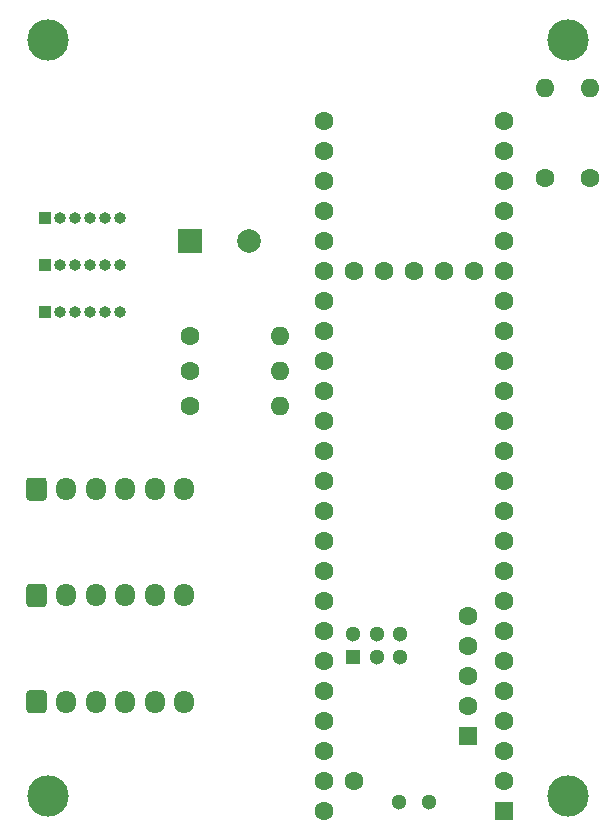
<source format=gbr>
%TF.GenerationSoftware,KiCad,Pcbnew,(5.1.9)-1*%
%TF.CreationDate,2021-05-19T19:29:26-04:00*%
%TF.ProjectId,ava_r2_bottom,6176615f-7232-45f6-926f-74746f6d2e6b,rev?*%
%TF.SameCoordinates,Original*%
%TF.FileFunction,Soldermask,Bot*%
%TF.FilePolarity,Negative*%
%FSLAX46Y46*%
G04 Gerber Fmt 4.6, Leading zero omitted, Abs format (unit mm)*
G04 Created by KiCad (PCBNEW (5.1.9)-1) date 2021-05-19 19:29:26*
%MOMM*%
%LPD*%
G01*
G04 APERTURE LIST*
%ADD10C,3.500000*%
%ADD11O,1.600000X1.600000*%
%ADD12C,1.600000*%
%ADD13R,2.000000X2.000000*%
%ADD14C,2.000000*%
%ADD15O,1.700000X1.950000*%
%ADD16R,1.000000X1.000000*%
%ADD17O,1.000000X1.000000*%
%ADD18C,1.300000*%
%ADD19R,1.300000X1.300000*%
%ADD20R,1.600000X1.600000*%
G04 APERTURE END LIST*
D10*
%TO.C,hole2*%
X228000000Y-112000000D03*
%TD*%
%TO.C,hole1*%
X184000000Y-112000000D03*
%TD*%
%TO.C,hole4*%
X228000000Y-48000000D03*
%TD*%
%TO.C,hole3*%
X184000000Y-48000000D03*
%TD*%
D11*
%TO.C,R5*%
X229870000Y-52070000D03*
D12*
X229870000Y-59690000D03*
%TD*%
D11*
%TO.C,R4*%
X226060000Y-52070000D03*
D12*
X226060000Y-59690000D03*
%TD*%
D13*
%TO.C,BZ1*%
X196000000Y-65000000D03*
D14*
X201000000Y-65000000D03*
%TD*%
%TO.C,RADIO1*%
G36*
G01*
X182150000Y-86725000D02*
X182150000Y-85275000D01*
G75*
G02*
X182400000Y-85025000I250000J0D01*
G01*
X183600000Y-85025000D01*
G75*
G02*
X183850000Y-85275000I0J-250000D01*
G01*
X183850000Y-86725000D01*
G75*
G02*
X183600000Y-86975000I-250000J0D01*
G01*
X182400000Y-86975000D01*
G75*
G02*
X182150000Y-86725000I0J250000D01*
G01*
G37*
D15*
X185500000Y-86000000D03*
X188000000Y-86000000D03*
X190500000Y-86000000D03*
X193000000Y-86000000D03*
X195500000Y-86000000D03*
%TD*%
%TO.C,UART1*%
X195500000Y-95000000D03*
X193000000Y-95000000D03*
X190500000Y-95000000D03*
X188000000Y-95000000D03*
X185500000Y-95000000D03*
G36*
G01*
X182150000Y-95725000D02*
X182150000Y-94275000D01*
G75*
G02*
X182400000Y-94025000I250000J0D01*
G01*
X183600000Y-94025000D01*
G75*
G02*
X183850000Y-94275000I0J-250000D01*
G01*
X183850000Y-95725000D01*
G75*
G02*
X183600000Y-95975000I-250000J0D01*
G01*
X182400000Y-95975000D01*
G75*
G02*
X182150000Y-95725000I0J250000D01*
G01*
G37*
%TD*%
%TO.C,I2C1*%
G36*
G01*
X182150000Y-104725000D02*
X182150000Y-103275000D01*
G75*
G02*
X182400000Y-103025000I250000J0D01*
G01*
X183600000Y-103025000D01*
G75*
G02*
X183850000Y-103275000I0J-250000D01*
G01*
X183850000Y-104725000D01*
G75*
G02*
X183600000Y-104975000I-250000J0D01*
G01*
X182400000Y-104975000D01*
G75*
G02*
X182150000Y-104725000I0J250000D01*
G01*
G37*
X185500000Y-104000000D03*
X188000000Y-104000000D03*
X190500000Y-104000000D03*
X193000000Y-104000000D03*
X195500000Y-104000000D03*
%TD*%
D16*
%TO.C,J6*%
X183730000Y-63000000D03*
D17*
X185000000Y-63000000D03*
X186270000Y-63000000D03*
X187540000Y-63000000D03*
X188810000Y-63000000D03*
X190080000Y-63000000D03*
%TD*%
%TO.C,J7*%
X190080000Y-67000000D03*
X188810000Y-67000000D03*
X187540000Y-67000000D03*
X186270000Y-67000000D03*
X185000000Y-67000000D03*
D16*
X183730000Y-67000000D03*
%TD*%
%TO.C,J8*%
X183730000Y-71000000D03*
D17*
X185000000Y-71000000D03*
X186270000Y-71000000D03*
X187540000Y-71000000D03*
X188810000Y-71000000D03*
X190080000Y-71000000D03*
%TD*%
D11*
%TO.C,R1*%
X203620000Y-79000000D03*
D12*
X196000000Y-79000000D03*
%TD*%
%TO.C,R2*%
X196000000Y-76000000D03*
D11*
X203620000Y-76000000D03*
%TD*%
D12*
%TO.C,R3*%
X196000000Y-73000000D03*
D11*
X203620000Y-73000000D03*
%TD*%
D18*
%TO.C,U2*%
X213730000Y-112480000D03*
X216270000Y-112480000D03*
D12*
X209920000Y-67490000D03*
X212460000Y-67490000D03*
X215000000Y-67490000D03*
X217540000Y-67490000D03*
X220080000Y-67490000D03*
D18*
X213818400Y-100240000D03*
X213818400Y-98240000D03*
X211818400Y-98240000D03*
X211818400Y-100240000D03*
X209818400Y-98240000D03*
D19*
X209818400Y-100240000D03*
D12*
X222620000Y-72570000D03*
X222620000Y-70030000D03*
X222620000Y-67490000D03*
X222620000Y-64950000D03*
X222620000Y-75110000D03*
X222620000Y-77650000D03*
X222620000Y-80190000D03*
X222620000Y-62410000D03*
X222620000Y-59870000D03*
X222620000Y-57330000D03*
X222620000Y-54790000D03*
X207380000Y-54790000D03*
X207380000Y-57330000D03*
X207380000Y-59870000D03*
X207380000Y-62410000D03*
X207380000Y-64950000D03*
X207380000Y-67490000D03*
X207380000Y-70030000D03*
X207380000Y-72570000D03*
X207380000Y-75110000D03*
X207380000Y-77650000D03*
X222620000Y-82730000D03*
X222620000Y-85270000D03*
X222620000Y-87810000D03*
X222620000Y-90350000D03*
X222620000Y-92890000D03*
X222620000Y-95430000D03*
X222620000Y-97970000D03*
X222620000Y-100510000D03*
X222620000Y-103050000D03*
X222620000Y-105590000D03*
X222620000Y-108130000D03*
X222620000Y-110670000D03*
D20*
X222620000Y-113210000D03*
D12*
X207380000Y-80190000D03*
X207380000Y-82730000D03*
X207380000Y-85270000D03*
X207380000Y-87810000D03*
X207380000Y-90350000D03*
X207380000Y-92890000D03*
X207380000Y-95430000D03*
X207380000Y-97970000D03*
X207380000Y-100510000D03*
X207380000Y-103050000D03*
X207380000Y-105590000D03*
X207380000Y-108130000D03*
X207380000Y-110670000D03*
X207380000Y-113210000D03*
D20*
X219569200Y-106910800D03*
D12*
X219569200Y-104370800D03*
X219569200Y-101830800D03*
X219569200Y-99290800D03*
X219569200Y-96750800D03*
X209920000Y-110670000D03*
%TD*%
M02*

</source>
